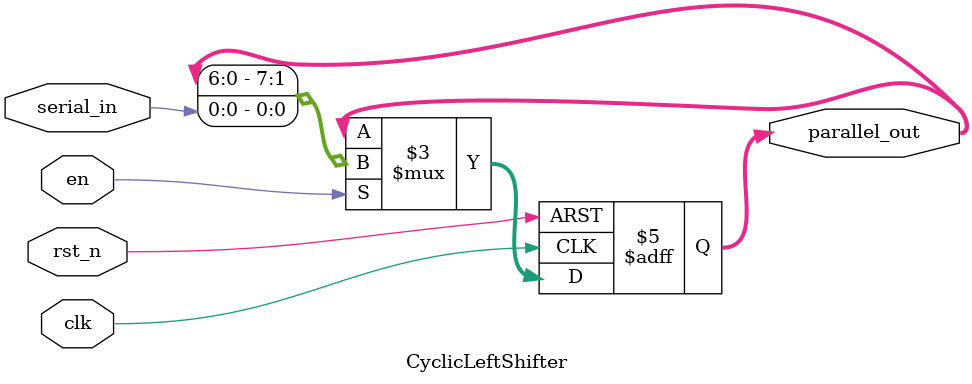
<source format=sv>
module CyclicLeftShifter #(parameter WIDTH=8) (
    input clk, rst_n, en,
    input serial_in,
    output reg [WIDTH-1:0] parallel_out
);
always @(posedge clk or negedge rst_n) begin
    if (!rst_n) parallel_out <= 0;
    else if (en) parallel_out <= {parallel_out[WIDTH-2:0], serial_in};
end
endmodule
</source>
